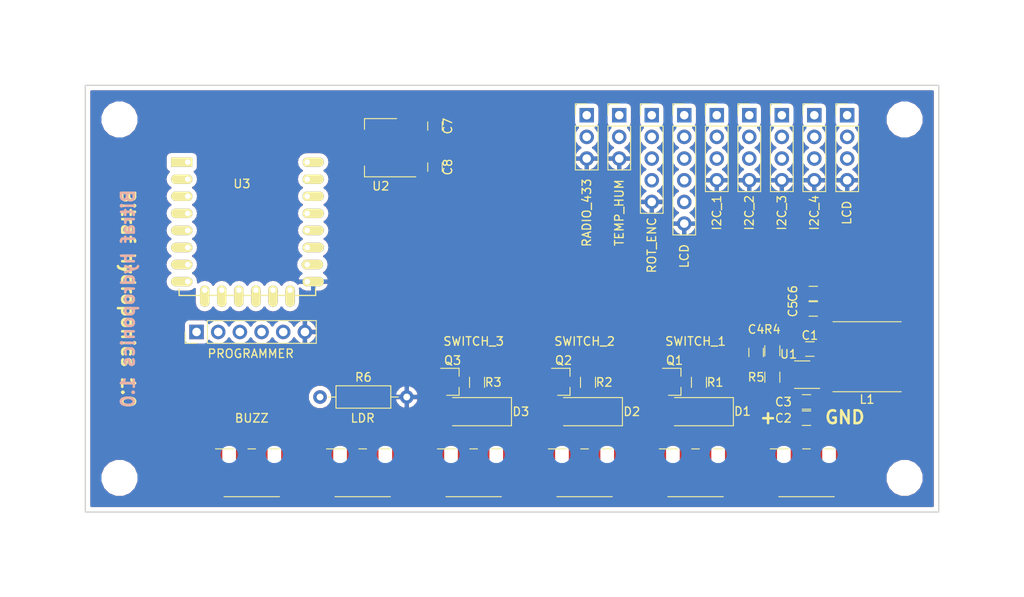
<source format=kicad_pcb>
(kicad_pcb (version 4) (host pcbnew 4.0.7+dfsg1-1)
  (layers (0 F.Cu signal) (31 B.Cu signal) (34 B.Paste user) (35 F.Paste user) (36 B.SilkS user) (37 F.SilkS user) (38 B.Mask user) (39 F.Mask user) (44 Edge.Cuts user))
  (net 0 "")
  (net 1 +12V)
  (net 2 "Net-(D1-Pad2)")
  (net 3 "Net-(D2-Pad2)")
  (net 4 "Net-(D3-Pad2)")
  (net 5 /SWITCH_1)
  (net 6 GND)
  (net 7 /SWITCH_2)
  (net 8 /SWITCH_3)
  (net 9 "Net-(U1-Pad5)")
  (net 10 +3V3)
  (net 11 +5V)
  (net 12 /~RESET)
  (net 13 /LDR)
  (net 14 /CH_PD)
  (net 15 /BUZZ)
  (net 16 /TEMP_HUM)
  (net 17 /RF_DATA)
  (net 18 /ROT_0)
  (net 19 /ROT_1)
  (net 20 /ROT_SW)
  (net 21 /RX)
  (net 22 /TX)
  (net 23 /SPI_CS)
  (net 24 /SPI_MOSI)
  (net 25 /SCL)
  (net 26 /SDA)
  (net 27 /SPI_MISO)
  (net 28 /SPI_SCL)
  (net 29 "Net-(C1-Pad1)")
  (net 30 "Net-(C1-Pad2)")
  (net 31 "Net-(C4-Pad2)")
  (module Mounting_Holes:MountingHole_3.2mm_M3 (layer F.Cu) (at 104 64)
    (fp_text reference REF** hide)
    (fp_text value MountingHole_3.2mm_M3)
    (pad 1 np_thru_hole circle (at 0 0) (size 3.2 3.2) (drill 3.2) (layers *.Cu *.Mask))
  )
  (module Mounting_Holes:MountingHole_3.2mm_M3 (layer F.Cu) (at 196 64)
    (fp_text reference REF** hide)
    (fp_text value MountingHole_3.2mm_M3)
    (pad 1 np_thru_hole circle (at 0 0) (size 3.2 3.2) (drill 3.2) (layers *.Cu *.Mask))
  )
  (module Mounting_Holes:MountingHole_3.2mm_M3 (layer F.Cu) (at 196 106)
    (fp_text reference REF** hide)
    (fp_text value MountingHole_3.2mm_M3)
    (pad 1 np_thru_hole circle (at 0 0) (size 3.2 3.2) (drill 3.2) (layers *.Cu *.Mask))
  )
  (module Diodes_SMD:D_SMA_Handsoldering (layer F.Cu) (at 171.53434 98.237774 180)
    (fp_text reference D1 (at -5.46566 0.037774 360) (layer F.SilkS))
    (fp_text value S1MTR)
    (fp_line (start -4.4 -1.65) (end -4.4 1.65) (layer F.SilkS) (width 0.12))
    (fp_line (start -4.4 1.65) (end 2.5 1.65) (layer F.SilkS) (width 0.12))
    (fp_line (start -4.4 -1.65) (end 2.5 -1.65) (layer F.SilkS) (width 0.12))
    (pad 1 smd rect (at -2.5 0 180) (size 3.5 1.8) (layers F.Cu F.Paste F.Mask) (net 1 +12V))
    (pad 2 smd rect (at 2.5 0 180) (size 3.5 1.8) (layers F.Cu F.Paste F.Mask) (net 2 "Net-(D1-Pad2)"))
  )
  (module Diodes_SMD:D_SMA_Handsoldering (layer F.Cu) (at 158.53434 98.237774 180)
    (fp_text reference D2 (at -5.5 0 360) (layer F.SilkS))
    (fp_text value S1MTR)
    (fp_line (start -4.4 -1.65) (end -4.4 1.65) (layer F.SilkS) (width 0.12))
    (fp_line (start -4.4 1.65) (end 2.5 1.65) (layer F.SilkS) (width 0.12))
    (fp_line (start -4.4 -1.65) (end 2.5 -1.65) (layer F.SilkS) (width 0.12))
    (pad 1 smd rect (at -2.5 0 180) (size 3.5 1.8) (layers F.Cu F.Paste F.Mask) (net 1 +12V))
    (pad 2 smd rect (at 2.5 0 180) (size 3.5 1.8) (layers F.Cu F.Paste F.Mask) (net 3 "Net-(D2-Pad2)"))
  )
  (module Diodes_SMD:D_SMA_Handsoldering (layer F.Cu) (at 145.53434 98.237774 180)
    (fp_text reference D3 (at -5.5 0 360) (layer F.SilkS))
    (fp_text value S1MTR)
    (fp_line (start -4.4 -1.65) (end -4.4 1.65) (layer F.SilkS) (width 0.12))
    (fp_line (start -4.4 1.65) (end 2.5 1.65) (layer F.SilkS) (width 0.12))
    (fp_line (start -4.4 -1.65) (end 2.5 -1.65) (layer F.SilkS) (width 0.12))
    (pad 1 smd rect (at -2.5 0 180) (size 3.5 1.8) (layers F.Cu F.Paste F.Mask) (net 1 +12V))
    (pad 2 smd rect (at 2.5 0 180) (size 3.5 1.8) (layers F.Cu F.Paste F.Mask) (net 4 "Net-(D3-Pad2)"))
  )
  (module TO_SOT_Packages_SMD:SOT-23 (layer F.Cu) (at 169.03434 94.737774)
    (fp_text reference Q1 (at 0 -2.5) (layer F.SilkS))
    (fp_text value DMN2041L-7)
    (fp_line (start 0.76 1.58) (end 0.76 0.65) (layer F.SilkS) (width 0.12))
    (fp_line (start 0.76 -1.58) (end 0.76 -0.65) (layer F.SilkS) (width 0.12))
    (fp_line (start 0.76 -1.58) (end -1.4 -1.58) (layer F.SilkS) (width 0.12))
    (fp_line (start 0.76 1.58) (end -0.7 1.58) (layer F.SilkS) (width 0.12))
    (pad 1 smd rect (at -1 -0.95) (size 0.9 0.8) (layers F.Cu F.Paste F.Mask) (net 5 /SWITCH_1))
    (pad 2 smd rect (at -1 0.95) (size 0.9 0.8) (layers F.Cu F.Paste F.Mask) (net 2 "Net-(D1-Pad2)"))
    (pad 3 smd rect (at 1 0) (size 0.9 0.8) (layers F.Cu F.Paste F.Mask) (net 6 GND))
  )
  (module TO_SOT_Packages_SMD:SOT-23 (layer F.Cu) (at 156.03434 94.737774)
    (fp_text reference Q2 (at 0 -2.5) (layer F.SilkS))
    (fp_text value DMN2041L-7)
    (fp_line (start 0.76 1.58) (end 0.76 0.65) (layer F.SilkS) (width 0.12))
    (fp_line (start 0.76 -1.58) (end 0.76 -0.65) (layer F.SilkS) (width 0.12))
    (fp_line (start 0.76 -1.58) (end -1.4 -1.58) (layer F.SilkS) (width 0.12))
    (fp_line (start 0.76 1.58) (end -0.7 1.58) (layer F.SilkS) (width 0.12))
    (pad 1 smd rect (at -1 -0.95) (size 0.9 0.8) (layers F.Cu F.Paste F.Mask) (net 7 /SWITCH_2))
    (pad 2 smd rect (at -1 0.95) (size 0.9 0.8) (layers F.Cu F.Paste F.Mask) (net 3 "Net-(D2-Pad2)"))
    (pad 3 smd rect (at 1 0) (size 0.9 0.8) (layers F.Cu F.Paste F.Mask) (net 6 GND))
  )
  (module TO_SOT_Packages_SMD:SOT-23 (layer F.Cu) (at 143.03434 94.737774)
    (fp_text reference Q3 (at 0 -2.5) (layer F.SilkS))
    (fp_text value DMN2041L-7)
    (fp_line (start 0.76 1.58) (end 0.76 0.65) (layer F.SilkS) (width 0.12))
    (fp_line (start 0.76 -1.58) (end 0.76 -0.65) (layer F.SilkS) (width 0.12))
    (fp_line (start 0.76 -1.58) (end -1.4 -1.58) (layer F.SilkS) (width 0.12))
    (fp_line (start 0.76 1.58) (end -0.7 1.58) (layer F.SilkS) (width 0.12))
    (pad 1 smd rect (at -1 -0.95) (size 0.9 0.8) (layers F.Cu F.Paste F.Mask) (net 8 /SWITCH_3))
    (pad 2 smd rect (at -1 0.95) (size 0.9 0.8) (layers F.Cu F.Paste F.Mask) (net 4 "Net-(D3-Pad2)"))
    (pad 3 smd rect (at 1 0) (size 0.9 0.8) (layers F.Cu F.Paste F.Mask) (net 6 GND))
  )
  (module TO_SOT_Packages_SMD:SOT-23-6_Handsoldering (layer F.Cu) (at 184 93.9 180)
    (fp_text reference U1 (at 1.6 2.4 360) (layer F.SilkS))
    (fp_text value TPS54202)
    (fp_line (start -0.9 1.61) (end 0.9 1.61) (layer F.SilkS) (width 0.12))
    (fp_line (start 0.9 -1.61) (end -2.05 -1.61) (layer F.SilkS) (width 0.12))
    (pad 1 smd rect (at -1.35 -0.95 180) (size 1.56 0.65) (layers F.Cu F.Paste F.Mask) (net 6 GND))
    (pad 2 smd rect (at -1.35 0 180) (size 1.56 0.65) (layers F.Cu F.Paste F.Mask) (net 30 "Net-(C1-Pad2)"))
    (pad 3 smd rect (at -1.35 0.95 180) (size 1.56 0.65) (layers F.Cu F.Paste F.Mask) (net 1 +12V))
    (pad 4 smd rect (at 1.35 0.95 180) (size 1.56 0.65) (layers F.Cu F.Paste F.Mask) (net 31 "Net-(C4-Pad2)"))
    (pad 6 smd rect (at 1.35 -0.95 180) (size 1.56 0.65) (layers F.Cu F.Paste F.Mask) (net 29 "Net-(C1-Pad1)"))
    (pad 5 smd rect (at 1.35 0 180) (size 1.56 0.65) (layers F.Cu F.Paste F.Mask) (net 9 "Net-(U1-Pad5)"))
  )
  (module TO_SOT_Packages_SMD:SOT-223 (layer F.Cu) (at 134.62 67.31 180)
    (fp_text reference U2 (at 0 -4.5 180) (layer F.SilkS))
    (fp_text value AP2114H-3.3TRG1)
    (fp_line (start 1.91 3.41) (end 1.91 2.15) (layer F.SilkS) (width 0.12))
    (fp_line (start 1.91 -3.41) (end 1.91 -2.15) (layer F.SilkS) (width 0.12))
    (fp_line (start -1.85 3.41) (end 1.91 3.41) (layer F.SilkS) (width 0.12))
    (fp_line (start -4.1 -3.41) (end 1.91 -3.41) (layer F.SilkS) (width 0.12))
    (pad 4 smd rect (at 3.15 0 180) (size 2 3.8) (layers F.Cu F.Paste F.Mask) (net 10 +3V3))
    (pad 2 smd rect (at -3.15 0 180) (size 2 1.5) (layers F.Cu F.Paste F.Mask) (net 10 +3V3))
    (pad 3 smd rect (at -3.15 2.3 180) (size 2 1.5) (layers F.Cu F.Paste F.Mask) (net 11 +5V))
    (pad 1 smd rect (at -3.15 -2.3 180) (size 2 1.5) (layers F.Cu F.Paste F.Mask) (net 6 GND))
  )
  (module ESP8266:ESP-12E (layer F.Cu) (at 112 69)
    (fp_text reference U3 (at 6.35 2.54) (layer F.SilkS))
    (fp_text value ESP-12F hide)
    (fp_line (start -1.016 14.859) (end -1.016 15.621) (layer F.SilkS) (width 0.1524))
    (fp_line (start -1.016 15.621) (end 14.986 15.621) (layer F.SilkS) (width 0.1524))
    (fp_line (start 14.986 15.621) (end 14.986 14.859) (layer F.SilkS) (width 0.1524))
    (pad 1 thru_hole rect (at 0 0) (size 2.5 1.1) (drill 0.65 (offset -0.7 0)) (layers *.Cu *.Mask F.SilkS) (net 12 /~RESET))
    (pad 2 thru_hole oval (at 0 2) (size 2.5 1.1) (drill 0.65 (offset -0.7 0)) (layers *.Cu *.Mask F.SilkS) (net 13 /LDR))
    (pad 3 thru_hole oval (at 0 4) (size 2.5 1.1) (drill 0.65 (offset -0.7 0)) (layers *.Cu *.Mask F.SilkS) (net 14 /CH_PD))
    (pad 4 thru_hole oval (at 0 6) (size 2.5 1.1) (drill 0.65 (offset -0.7 0)) (layers *.Cu *.Mask F.SilkS) (net 5 /SWITCH_1))
    (pad 5 thru_hole oval (at 0 8) (size 2.5 1.1) (drill 0.65 (offset -0.7 0)) (layers *.Cu *.Mask F.SilkS) (net 7 /SWITCH_2))
    (pad 6 thru_hole oval (at 0 10) (size 2.5 1.1) (drill 0.65 (offset -0.7 0)) (layers *.Cu *.Mask F.SilkS) (net 8 /SWITCH_3))
    (pad 7 thru_hole oval (at 0 12) (size 2.5 1.1) (drill 0.65 (offset -0.7 0)) (layers *.Cu *.Mask F.SilkS) (net 15 /BUZZ))
    (pad 8 thru_hole oval (at 0 14) (size 2.5 1.1) (drill 0.65 (offset -0.7 0)) (layers *.Cu *.Mask F.SilkS) (net 10 +3V3))
    (pad 9 thru_hole oval (at 14 14) (size 2.5 1.1) (drill 0.65 (offset 0.7 0)) (layers *.Cu *.Mask F.SilkS) (net 6 GND))
    (pad 10 thru_hole oval (at 14 12) (size 2.5 1.1) (drill 0.65 (offset 0.6 0)) (layers *.Cu *.Mask F.SilkS) (net 16 /TEMP_HUM))
    (pad 11 thru_hole oval (at 14 10) (size 2.5 1.1) (drill 0.65 (offset 0.7 0)) (layers *.Cu *.Mask F.SilkS) (net 17 /RF_DATA))
    (pad 12 thru_hole oval (at 14 8) (size 2.5 1.1) (drill 0.65 (offset 0.7 0)) (layers *.Cu *.Mask F.SilkS) (net 18 /ROT_0))
    (pad 13 thru_hole oval (at 14 6) (size 2.5 1.1) (drill 0.65 (offset 0.7 0)) (layers *.Cu *.Mask F.SilkS) (net 19 /ROT_1))
    (pad 14 thru_hole oval (at 14 4) (size 2.5 1.1) (drill 0.65 (offset 0.7 0)) (layers *.Cu *.Mask F.SilkS) (net 20 /ROT_SW))
    (pad 15 thru_hole oval (at 14 2) (size 2.5 1.1) (drill 0.65 (offset 0.7 0)) (layers *.Cu *.Mask F.SilkS) (net 21 /RX))
    (pad 16 thru_hole oval (at 14 0) (size 2.5 1.1) (drill 0.65 (offset 0.7 0)) (layers *.Cu *.Mask F.SilkS) (net 22 /TX))
    (pad 17 thru_hole oval (at 1.99 15 90) (size 2.5 1.1) (drill 0.65 (offset -0.7 0)) (layers *.Cu *.Mask F.SilkS) (net 23 /SPI_CS))
    (pad 18 thru_hole oval (at 3.99 15 90) (size 2.5 1.1) (drill 0.65 (offset -0.7 0)) (layers *.Cu *.Mask F.SilkS) (net 24 /SPI_MOSI))
    (pad 19 thru_hole oval (at 5.99 15 90) (size 2.5 1.1) (drill 0.65 (offset -0.7 0)) (layers *.Cu *.Mask F.SilkS) (net 25 /SCL))
    (pad 20 thru_hole oval (at 7.99 15 90) (size 2.5 1.1) (drill 0.65 (offset -0.7 0)) (layers *.Cu *.Mask F.SilkS) (net 26 /SDA))
    (pad 21 thru_hole oval (at 9.99 15 90) (size 2.5 1.1) (drill 0.65 (offset -0.7 0)) (layers *.Cu *.Mask F.SilkS) (net 27 /SPI_MISO))
    (pad 22 thru_hole oval (at 11.99 15 90) (size 2.5 1.1) (drill 0.65 (offset -0.7 0)) (layers *.Cu *.Mask F.SilkS) (net 28 /SPI_SCL))
  )
  (module Capacitors_SMD:C_0805 (layer F.Cu) (at 184.9 90.9)
    (fp_text reference C1 (at 0 -1.6 180) (layer F.SilkS))
    (fp_text value 0.1u)
    (fp_line (start 0.5 -0.85) (end -0.5 -0.85) (layer F.SilkS) (width 0.12))
    (fp_line (start -0.5 0.85) (end 0.5 0.85) (layer F.SilkS) (width 0.12))
    (pad 1 smd rect (at -1 0) (size 1 1.25) (layers F.Cu F.Paste F.Mask) (net 29 "Net-(C1-Pad1)"))
    (pad 2 smd rect (at 1 0) (size 1 1.25) (layers F.Cu F.Paste F.Mask) (net 30 "Net-(C1-Pad2)"))
  )
  (module Capacitors_SMD:C_0805 (layer F.Cu) (at 184.5 99)
    (fp_text reference C2 (at -2.7 0 180) (layer F.SilkS))
    (fp_text value 10u)
    (fp_line (start 0.5 -0.85) (end -0.5 -0.85) (layer F.SilkS) (width 0.12))
    (fp_line (start -0.5 0.85) (end 0.5 0.85) (layer F.SilkS) (width 0.12))
    (pad 1 smd rect (at -1 0) (size 1 1.25) (layers F.Cu F.Paste F.Mask) (net 1 +12V))
    (pad 2 smd rect (at 1 0) (size 1 1.25) (layers F.Cu F.Paste F.Mask) (net 6 GND))
  )
  (module Capacitors_SMD:C_0805 (layer F.Cu) (at 184.5 97.1)
    (fp_text reference C3 (at -2.7 0 180) (layer F.SilkS))
    (fp_text value 0.1u)
    (fp_line (start 0.5 -0.85) (end -0.5 -0.85) (layer F.SilkS) (width 0.12))
    (fp_line (start -0.5 0.85) (end 0.5 0.85) (layer F.SilkS) (width 0.12))
    (pad 1 smd rect (at -1 0) (size 1 1.25) (layers F.Cu F.Paste F.Mask) (net 1 +12V))
    (pad 2 smd rect (at 1 0) (size 1 1.25) (layers F.Cu F.Paste F.Mask) (net 6 GND))
  )
  (module Capacitors_SMD:C_0805 (layer F.Cu) (at 178.6 91.3 270)
    (fp_text reference C4 (at -2.7 0 540) (layer F.SilkS))
    (fp_text value 75p)
    (fp_line (start 0.5 -0.85) (end -0.5 -0.85) (layer F.SilkS) (width 0.12))
    (fp_line (start -0.5 0.85) (end 0.5 0.85) (layer F.SilkS) (width 0.12))
    (pad 1 smd rect (at -1 0 270) (size 1 1.25) (layers F.Cu F.Paste F.Mask) (net 11 +5V))
    (pad 2 smd rect (at 1 0 270) (size 1 1.25) (layers F.Cu F.Paste F.Mask) (net 31 "Net-(C4-Pad2)"))
  )
  (module Capacitors_SMD:C_0805 (layer F.Cu) (at 185.3 86.2 180)
    (fp_text reference C5 (at 2.4 0 270) (layer F.SilkS))
    (fp_text value 22u)
    (fp_line (start 0.5 -0.85) (end -0.5 -0.85) (layer F.SilkS) (width 0.12))
    (fp_line (start -0.5 0.85) (end 0.5 0.85) (layer F.SilkS) (width 0.12))
    (pad 1 smd rect (at -1 0 180) (size 1 1.25) (layers F.Cu F.Paste F.Mask) (net 11 +5V))
    (pad 2 smd rect (at 1 0 180) (size 1 1.25) (layers F.Cu F.Paste F.Mask) (net 6 GND))
  )
  (module Capacitors_SMD:C_0805 (layer F.Cu) (at 185.3 84.4 180)
    (fp_text reference C6 (at 2.4 0 270) (layer F.SilkS))
    (fp_text value 22u)
    (fp_line (start 0.5 -0.85) (end -0.5 -0.85) (layer F.SilkS) (width 0.12))
    (fp_line (start -0.5 0.85) (end 0.5 0.85) (layer F.SilkS) (width 0.12))
    (pad 1 smd rect (at -1 0 180) (size 1 1.25) (layers F.Cu F.Paste F.Mask) (net 11 +5V))
    (pad 2 smd rect (at 1 0 180) (size 1 1.25) (layers F.Cu F.Paste F.Mask) (net 6 GND))
  )
  (module Capacitors_SMD:C_0805 (layer F.Cu) (at 140.97 64.77 270)
    (fp_text reference C7 (at 0 -1.5 270) (layer F.SilkS))
    (fp_text value 4.7µ)
    (fp_line (start 0.5 -0.85) (end -0.5 -0.85) (layer F.SilkS) (width 0.12))
    (fp_line (start -0.5 0.85) (end 0.5 0.85) (layer F.SilkS) (width 0.12))
    (pad 1 smd rect (at -1 0 270) (size 1 1.25) (layers F.Cu F.Paste F.Mask) (net 11 +5V))
    (pad 2 smd rect (at 1 0 270) (size 1 1.25) (layers F.Cu F.Paste F.Mask) (net 6 GND))
  )
  (module Capacitors_SMD:C_0805 (layer F.Cu) (at 140.97 69.58 270)
    (fp_text reference C8 (at 0 -1.5 270) (layer F.SilkS))
    (fp_text value 4.7µ)
    (fp_line (start 0.5 -0.85) (end -0.5 -0.85) (layer F.SilkS) (width 0.12))
    (fp_line (start -0.5 0.85) (end 0.5 0.85) (layer F.SilkS) (width 0.12))
    (pad 1 smd rect (at -1 0 270) (size 1 1.25) (layers F.Cu F.Paste F.Mask) (net 10 +3V3))
    (pad 2 smd rect (at 1 0 270) (size 1 1.25) (layers F.Cu F.Paste F.Mask) (net 6 GND))
  )
  (module Inductors_SMD:L_Taiyo-Yuden_NR-80xx (layer F.Cu) (at 191.6 91.8 180)
    (fp_text reference L1 (at 0 -5 180) (layer F.SilkS))
    (fp_text value 15u)
    (fp_line (start -4 -4.1) (end 4 -4.1) (layer F.SilkS) (width 0.12))
    (fp_line (start -4 4.1) (end 4 4.1) (layer F.SilkS) (width 0.12))
    (pad 1 smd rect (at -2.8 0 180) (size 1.8 7.7) (layers F.Cu F.Paste F.Mask) (net 11 +5V))
    (pad 2 smd rect (at 2.8 0 180) (size 1.8 7.7) (layers F.Cu F.Paste F.Mask) (net 30 "Net-(C1-Pad2)"))
  )
  (module Pin_Headers:Pin_Header_Straight_1x04_Pitch2.54mm (layer F.Cu) (at 189.27 63.5)
    (fp_text reference P5 hide)
    (fp_text value LCD (at -0.04 11.43 90) (layer F.SilkS))
    (fp_line (start -1.33 8.95) (end 1.33 8.95) (layer F.SilkS) (width 0.12))
    (fp_line (start -1.33 1.27) (end -1.33 8.95) (layer F.SilkS) (width 0.12))
    (fp_line (start 1.33 1.27) (end 1.33 8.95) (layer F.SilkS) (width 0.12))
    (fp_line (start -1.33 1.27) (end 1.33 1.27) (layer F.SilkS) (width 0.12))
    (fp_line (start -1.33 0) (end -1.33 -1.33) (layer F.SilkS) (width 0.12))
    (fp_line (start -1.33 -1.33) (end 0 -1.33) (layer F.SilkS) (width 0.12))
    (pad 1 thru_hole rect (at 0 0) (size 1.7 1.7) (drill 1) (layers *.Cu *.Mask) (net 11 +5V))
    (pad 2 thru_hole oval (at 0 2.54) (size 1.7 1.7) (drill 1) (layers *.Cu *.Mask) (net 25 /SCL))
    (pad 3 thru_hole oval (at 0 5.08) (size 1.7 1.7) (drill 1) (layers *.Cu *.Mask) (net 26 /SDA))
    (pad 4 thru_hole oval (at 0 7.62) (size 1.7 1.7) (drill 1) (layers *.Cu *.Mask) (net 6 GND))
  )
  (module Pin_Headers:Pin_Header_Straight_1x05_Pitch2.54mm (layer F.Cu) (at 166.37 63.5)
    (fp_text reference P6 hide)
    (fp_text value ROT_ENC (at 0 15.24 90) (layer F.SilkS))
    (fp_line (start -1.33 11.49) (end 1.33 11.49) (layer F.SilkS) (width 0.12))
    (fp_line (start -1.33 1.27) (end -1.33 11.49) (layer F.SilkS) (width 0.12))
    (fp_line (start 1.33 1.27) (end 1.33 11.49) (layer F.SilkS) (width 0.12))
    (fp_line (start -1.33 1.27) (end 1.33 1.27) (layer F.SilkS) (width 0.12))
    (fp_line (start -1.33 0) (end -1.33 -1.33) (layer F.SilkS) (width 0.12))
    (fp_line (start -1.33 -1.33) (end 0 -1.33) (layer F.SilkS) (width 0.12))
    (pad 1 thru_hole rect (at 0 0) (size 1.7 1.7) (drill 1) (layers *.Cu *.Mask) (net 11 +5V))
    (pad 2 thru_hole oval (at 0 2.54) (size 1.7 1.7) (drill 1) (layers *.Cu *.Mask) (net 20 /ROT_SW))
    (pad 3 thru_hole oval (at 0 5.08) (size 1.7 1.7) (drill 1) (layers *.Cu *.Mask) (net 19 /ROT_1))
    (pad 4 thru_hole oval (at 0 7.62) (size 1.7 1.7) (drill 1) (layers *.Cu *.Mask) (net 18 /ROT_0))
    (pad 5 thru_hole oval (at 0 10.16) (size 1.7 1.7) (drill 1) (layers *.Cu *.Mask) (net 6 GND))
  )
  (module Pin_Headers:Pin_Header_Straight_1x03_Pitch2.54mm (layer F.Cu) (at 162.56 63.5)
    (fp_text reference P13 hide)
    (fp_text value TEMP_HUM (at 0 11.43 90) (layer F.SilkS))
    (fp_line (start -1.33 6.41) (end 1.33 6.41) (layer F.SilkS) (width 0.12))
    (fp_line (start -1.33 1.27) (end -1.33 6.41) (layer F.SilkS) (width 0.12))
    (fp_line (start 1.33 1.27) (end 1.33 6.41) (layer F.SilkS) (width 0.12))
    (fp_line (start -1.33 1.27) (end 1.33 1.27) (layer F.SilkS) (width 0.12))
    (fp_line (start -1.33 0) (end -1.33 -1.33) (layer F.SilkS) (width 0.12))
    (fp_line (start -1.33 -1.33) (end 0 -1.33) (layer F.SilkS) (width 0.12))
    (pad 1 thru_hole rect (at 0 0) (size 1.7 1.7) (drill 1) (layers *.Cu *.Mask) (net 11 +5V))
    (pad 2 thru_hole oval (at 0 2.54) (size 1.7 1.7) (drill 1) (layers *.Cu *.Mask) (net 16 /TEMP_HUM))
    (pad 3 thru_hole oval (at 0 5.08) (size 1.7 1.7) (drill 1) (layers *.Cu *.Mask) (net 6 GND))
  )
  (module Pin_Headers:Pin_Header_Straight_1x06_Pitch2.54mm (layer F.Cu) (at 113.03 88.9 90)
    (fp_text reference P14 hide)
    (fp_text value PROGRAMMER (at -2.54 6.35 180) (layer F.SilkS))
    (fp_line (start -1.33 14.03) (end 1.33 14.03) (layer F.SilkS) (width 0.12))
    (fp_line (start -1.33 1.27) (end -1.33 14.03) (layer F.SilkS) (width 0.12))
    (fp_line (start 1.33 1.27) (end 1.33 14.03) (layer F.SilkS) (width 0.12))
    (fp_line (start -1.33 1.27) (end 1.33 1.27) (layer F.SilkS) (width 0.12))
    (fp_line (start -1.33 0) (end -1.33 -1.33) (layer F.SilkS) (width 0.12))
    (fp_line (start -1.33 -1.33) (end 0 -1.33) (layer F.SilkS) (width 0.12))
    (pad 1 thru_hole rect (at 0 0 90) (size 1.7 1.7) (drill 1) (layers *.Cu *.Mask) (net 12 /~RESET))
    (pad 2 thru_hole oval (at 0 2.54 90) (size 1.7 1.7) (drill 1) (layers *.Cu *.Mask) (net 14 /CH_PD))
    (pad 3 thru_hole oval (at 0 5.08 90) (size 1.7 1.7) (drill 1) (layers *.Cu *.Mask) (net 22 /TX))
    (pad 4 thru_hole oval (at 0 7.62 90) (size 1.7 1.7) (drill 1) (layers *.Cu *.Mask) (net 21 /RX))
    (pad 5 thru_hole oval (at 0 10.16 90) (size 1.7 1.7) (drill 1) (layers *.Cu *.Mask) (net 10 +3V3))
    (pad 6 thru_hole oval (at 0 12.7 90) (size 1.7 1.7) (drill 1) (layers *.Cu *.Mask) (net 6 GND))
  )
  (module Pin_Headers:Pin_Header_Straight_1x06_Pitch2.54mm (layer F.Cu) (at 170.18 63.5)
    (fp_text reference P15 hide)
    (fp_text value LCD (at 0 16.51 90) (layer F.SilkS))
    (fp_line (start -1.33 14.03) (end 1.33 14.03) (layer F.SilkS) (width 0.12))
    (fp_line (start -1.33 1.27) (end -1.33 14.03) (layer F.SilkS) (width 0.12))
    (fp_line (start 1.33 1.27) (end 1.33 14.03) (layer F.SilkS) (width 0.12))
    (fp_line (start -1.33 1.27) (end 1.33 1.27) (layer F.SilkS) (width 0.12))
    (fp_line (start -1.33 0) (end -1.33 -1.33) (layer F.SilkS) (width 0.12))
    (fp_line (start -1.33 -1.33) (end 0 -1.33) (layer F.SilkS) (width 0.12))
    (pad 1 thru_hole rect (at 0 0) (size 1.7 1.7) (drill 1) (layers *.Cu *.Mask) (net 11 +5V))
    (pad 2 thru_hole oval (at 0 2.54) (size 1.7 1.7) (drill 1) (layers *.Cu *.Mask) (net 23 /SPI_CS))
    (pad 3 thru_hole oval (at 0 5.08) (size 1.7 1.7) (drill 1) (layers *.Cu *.Mask) (net 28 /SPI_SCL))
    (pad 4 thru_hole oval (at 0 7.62) (size 1.7 1.7) (drill 1) (layers *.Cu *.Mask) (net 24 /SPI_MOSI))
    (pad 5 thru_hole oval (at 0 10.16) (size 1.7 1.7) (drill 1) (layers *.Cu *.Mask) (net 27 /SPI_MISO))
    (pad 6 thru_hole oval (at 0 12.7) (size 1.7 1.7) (drill 1) (layers *.Cu *.Mask) (net 6 GND))
  )
  (module Resistors_SMD:R_0805 (layer F.Cu) (at 171.9 94.8 270)
    (fp_text reference R1 (at 0 -1.9 360) (layer F.SilkS))
    (fp_text value 10k)
    (fp_line (start 0.6 0.88) (end -0.6 0.88) (layer F.SilkS) (width 0.12))
    (fp_line (start -0.6 -0.88) (end 0.6 -0.88) (layer F.SilkS) (width 0.12))
    (pad 1 smd rect (at -0.95 0 270) (size 0.7 1.3) (layers F.Cu F.Paste F.Mask) (net 5 /SWITCH_1))
    (pad 2 smd rect (at 0.95 0 270) (size 0.7 1.3) (layers F.Cu F.Paste F.Mask) (net 6 GND))
  )
  (module Resistors_SMD:R_0805 (layer F.Cu) (at 158.9 94.8 270)
    (fp_text reference R2 (at 0 -1.9 360) (layer F.SilkS))
    (fp_text value 10k)
    (fp_line (start 0.6 0.88) (end -0.6 0.88) (layer F.SilkS) (width 0.12))
    (fp_line (start -0.6 -0.88) (end 0.6 -0.88) (layer F.SilkS) (width 0.12))
    (pad 1 smd rect (at -0.95 0 270) (size 0.7 1.3) (layers F.Cu F.Paste F.Mask) (net 7 /SWITCH_2))
    (pad 2 smd rect (at 0.95 0 270) (size 0.7 1.3) (layers F.Cu F.Paste F.Mask) (net 6 GND))
  )
  (module Resistors_SMD:R_0805 (layer F.Cu) (at 145.9 94.8 270)
    (fp_text reference R3 (at 0 -1.9 360) (layer F.SilkS))
    (fp_text value 10k)
    (fp_line (start 0.6 0.88) (end -0.6 0.88) (layer F.SilkS) (width 0.12))
    (fp_line (start -0.6 -0.88) (end 0.6 -0.88) (layer F.SilkS) (width 0.12))
    (pad 1 smd rect (at -0.95 0 270) (size 0.7 1.3) (layers F.Cu F.Paste F.Mask) (net 8 /SWITCH_3))
    (pad 2 smd rect (at 0.95 0 270) (size 0.7 1.3) (layers F.Cu F.Paste F.Mask) (net 6 GND))
  )
  (module Resistors_SMD:R_0805 (layer F.Cu) (at 180.5 91.1 270)
    (fp_text reference R4 (at -2.5 0 360) (layer F.SilkS))
    (fp_text value 100k)
    (fp_line (start 0.6 0.88) (end -0.6 0.88) (layer F.SilkS) (width 0.12))
    (fp_line (start -0.6 -0.88) (end 0.6 -0.88) (layer F.SilkS) (width 0.12))
    (pad 1 smd rect (at -0.95 0 270) (size 0.7 1.3) (layers F.Cu F.Paste F.Mask) (net 11 +5V))
    (pad 2 smd rect (at 0.95 0 270) (size 0.7 1.3) (layers F.Cu F.Paste F.Mask) (net 31 "Net-(C4-Pad2)"))
  )
  (module Resistors_SMD:R_0805 (layer F.Cu) (at 180.5 94.2 270)
    (fp_text reference R5 (at 0 1.9 360) (layer F.SilkS))
    (fp_text value 13.3k)
    (fp_line (start 0.6 0.88) (end -0.6 0.88) (layer F.SilkS) (width 0.12))
    (fp_line (start -0.6 -0.88) (end 0.6 -0.88) (layer F.SilkS) (width 0.12))
    (pad 1 smd rect (at -0.95 0 270) (size 0.7 1.3) (layers F.Cu F.Paste F.Mask) (net 31 "Net-(C4-Pad2)"))
    (pad 2 smd rect (at 0.95 0 270) (size 0.7 1.3) (layers F.Cu F.Paste F.Mask) (net 6 GND))
  )
  (module Pin_Headers:Pin_Header_Straight_1x04_Pitch2.54mm (layer F.Cu) (at 173.99 63.5)
    (fp_text reference P7 hide)
    (fp_text value I2C_1 (at 0 11.43 90) (layer F.SilkS))
    (fp_line (start -1.33 8.95) (end 1.33 8.95) (layer F.SilkS) (width 0.12))
    (fp_line (start -1.33 1.27) (end -1.33 8.95) (layer F.SilkS) (width 0.12))
    (fp_line (start 1.33 1.27) (end 1.33 8.95) (layer F.SilkS) (width 0.12))
    (fp_line (start -1.33 1.27) (end 1.33 1.27) (layer F.SilkS) (width 0.12))
    (fp_line (start -1.33 0) (end -1.33 -1.33) (layer F.SilkS) (width 0.12))
    (fp_line (start -1.33 -1.33) (end 0 -1.33) (layer F.SilkS) (width 0.12))
    (pad 1 thru_hole rect (at 0 0) (size 1.7 1.7) (drill 1) (layers *.Cu *.Mask) (net 11 +5V))
    (pad 2 thru_hole oval (at 0 2.54) (size 1.7 1.7) (drill 1) (layers *.Cu *.Mask) (net 26 /SDA))
    (pad 3 thru_hole oval (at 0 5.08) (size 1.7 1.7) (drill 1) (layers *.Cu *.Mask) (net 25 /SCL))
    (pad 4 thru_hole oval (at 0 7.62) (size 1.7 1.7) (drill 1) (layers *.Cu *.Mask) (net 6 GND))
  )
  (module Pin_Headers:Pin_Header_Straight_1x04_Pitch2.54mm (layer F.Cu) (at 177.8 63.5)
    (fp_text reference P8 hide)
    (fp_text value I2C_2 (at 0 11.43 90) (layer F.SilkS))
    (fp_line (start -1.33 8.95) (end 1.33 8.95) (layer F.SilkS) (width 0.12))
    (fp_line (start -1.33 1.27) (end -1.33 8.95) (layer F.SilkS) (width 0.12))
    (fp_line (start 1.33 1.27) (end 1.33 8.95) (layer F.SilkS) (width 0.12))
    (fp_line (start -1.33 1.27) (end 1.33 1.27) (layer F.SilkS) (width 0.12))
    (fp_line (start -1.33 0) (end -1.33 -1.33) (layer F.SilkS) (width 0.12))
    (fp_line (start -1.33 -1.33) (end 0 -1.33) (layer F.SilkS) (width 0.12))
    (pad 1 thru_hole rect (at 0 0) (size 1.7 1.7) (drill 1) (layers *.Cu *.Mask) (net 11 +5V))
    (pad 2 thru_hole oval (at 0 2.54) (size 1.7 1.7) (drill 1) (layers *.Cu *.Mask) (net 26 /SDA))
    (pad 3 thru_hole oval (at 0 5.08) (size 1.7 1.7) (drill 1) (layers *.Cu *.Mask) (net 25 /SCL))
    (pad 4 thru_hole oval (at 0 7.62) (size 1.7 1.7) (drill 1) (layers *.Cu *.Mask) (net 6 GND))
  )
  (module Pin_Headers:Pin_Header_Straight_1x04_Pitch2.54mm (layer F.Cu) (at 181.61 63.5)
    (fp_text reference P9 hide)
    (fp_text value I2C_3 (at 0 11.43 90) (layer F.SilkS))
    (fp_line (start -1.33 8.95) (end 1.33 8.95) (layer F.SilkS) (width 0.12))
    (fp_line (start -1.33 1.27) (end -1.33 8.95) (layer F.SilkS) (width 0.12))
    (fp_line (start 1.33 1.27) (end 1.33 8.95) (layer F.SilkS) (width 0.12))
    (fp_line (start -1.33 1.27) (end 1.33 1.27) (layer F.SilkS) (width 0.12))
    (fp_line (start -1.33 0) (end -1.33 -1.33) (layer F.SilkS) (width 0.12))
    (fp_line (start -1.33 -1.33) (end 0 -1.33) (layer F.SilkS) (width 0.12))
    (pad 1 thru_hole rect (at 0 0) (size 1.7 1.7) (drill 1) (layers *.Cu *.Mask) (net 11 +5V))
    (pad 2 thru_hole oval (at 0 2.54) (size 1.7 1.7) (drill 1) (layers *.Cu *.Mask) (net 26 /SDA))
    (pad 3 thru_hole oval (at 0 5.08) (size 1.7 1.7) (drill 1) (layers *.Cu *.Mask) (net 25 /SCL))
    (pad 4 thru_hole oval (at 0 7.62) (size 1.7 1.7) (drill 1) (layers *.Cu *.Mask) (net 6 GND))
  )
  (module Pin_Headers:Pin_Header_Straight_1x04_Pitch2.54mm (layer F.Cu) (at 185.42 63.5)
    (fp_text reference P10 hide)
    (fp_text value I2C_4 (at 0 11.43 90) (layer F.SilkS))
    (fp_line (start -1.33 8.95) (end 1.33 8.95) (layer F.SilkS) (width 0.12))
    (fp_line (start -1.33 1.27) (end -1.33 8.95) (layer F.SilkS) (width 0.12))
    (fp_line (start 1.33 1.27) (end 1.33 8.95) (layer F.SilkS) (width 0.12))
    (fp_line (start -1.33 1.27) (end 1.33 1.27) (layer F.SilkS) (width 0.12))
    (fp_line (start -1.33 0) (end -1.33 -1.33) (layer F.SilkS) (width 0.12))
    (fp_line (start -1.33 -1.33) (end 0 -1.33) (layer F.SilkS) (width 0.12))
    (pad 1 thru_hole rect (at 0 0) (size 1.7 1.7) (drill 1) (layers *.Cu *.Mask) (net 11 +5V))
    (pad 2 thru_hole oval (at 0 2.54) (size 1.7 1.7) (drill 1) (layers *.Cu *.Mask) (net 26 /SDA))
    (pad 3 thru_hole oval (at 0 5.08) (size 1.7 1.7) (drill 1) (layers *.Cu *.Mask) (net 25 /SCL))
    (pad 4 thru_hole oval (at 0 7.62) (size 1.7 1.7) (drill 1) (layers *.Cu *.Mask) (net 6 GND))
  )
  (module Connectors_Phoenix:PhoenixContact_PTSM0,5_4-HV-2,5_SMD (layer F.Cu) (at 171.5 104 180)
    (fp_text reference P2 hide)
    (fp_text value SWITCH_1 (at 0 14 360) (layer F.SilkS))
    (fp_line (start -2.05 1.4) (end -3.25 1.4) (layer F.SilkS) (width 0.12))
    (fp_line (start 0.45 1.4) (end -0.45 1.4) (layer F.SilkS) (width 0.12))
    (fp_line (start 4.25 1.4) (end 2.05 1.4) (layer F.SilkS) (width 0.12))
    (fp_line (start -3.25 -4.2) (end 3.25 -4.2) (layer F.SilkS) (width 0.12))
    (pad "" np_thru_hole circle (at 2.65 0.75 180) (size 1 1) (drill 1) (layers *.Cu *.Mask))
    (pad 2 smd rect (at 1.25 1.35) (size 1.2 4.4) (layers F.Cu F.Paste F.Mask) (net 2 "Net-(D1-Pad2)"))
    (pad 1 smd rect (at -1.25 1.35) (size 1.2 4.4) (layers F.Cu F.Paste F.Mask) (net 1 +12V))
    (pad "" smd rect (at 4.55 -1.35) (size 2.2 5.6) (layers F.Cu F.Paste F.Mask))
    (pad "" smd rect (at -4.55 -1.35) (size 2.2 5.6) (layers F.Cu F.Paste F.Mask))
    (pad "" np_thru_hole circle (at -2.65 0.75 180) (size 1 1) (drill 1) (layers *.Cu *.Mask))
  )
  (module Connectors_Phoenix:PhoenixContact_PTSM0,5_4-HV-2,5_SMD (layer F.Cu) (at 158.5 104 180)
    (fp_text reference P3 hide)
    (fp_text value SWITCH_2 (at 0 14 360) (layer F.SilkS))
    (fp_line (start -2.05 1.4) (end -3.25 1.4) (layer F.SilkS) (width 0.12))
    (fp_line (start 0.45 1.4) (end -0.45 1.4) (layer F.SilkS) (width 0.12))
    (fp_line (start 4.25 1.4) (end 2.05 1.4) (layer F.SilkS) (width 0.12))
    (fp_line (start -3.25 -4.2) (end 3.25 -4.2) (layer F.SilkS) (width 0.12))
    (pad "" np_thru_hole circle (at 2.65 0.75 180) (size 1 1) (drill 1) (layers *.Cu *.Mask))
    (pad 2 smd rect (at 1.25 1.35) (size 1.2 4.4) (layers F.Cu F.Paste F.Mask) (net 3 "Net-(D2-Pad2)"))
    (pad 1 smd rect (at -1.25 1.35) (size 1.2 4.4) (layers F.Cu F.Paste F.Mask) (net 1 +12V))
    (pad "" smd rect (at 4.55 -1.35) (size 2.2 5.6) (layers F.Cu F.Paste F.Mask))
    (pad "" smd rect (at -4.55 -1.35) (size 2.2 5.6) (layers F.Cu F.Paste F.Mask))
    (pad "" np_thru_hole circle (at -2.65 0.75 180) (size 1 1) (drill 1) (layers *.Cu *.Mask))
  )
  (module Connectors_Phoenix:PhoenixContact_PTSM0,5_4-HV-2,5_SMD (layer F.Cu) (at 145.5 104 180)
    (fp_text reference P4 hide)
    (fp_text value SWITCH_3 (at 0 14 360) (layer F.SilkS))
    (fp_line (start -2.05 1.4) (end -3.25 1.4) (layer F.SilkS) (width 0.12))
    (fp_line (start 0.45 1.4) (end -0.45 1.4) (layer F.SilkS) (width 0.12))
    (fp_line (start 4.25 1.4) (end 2.05 1.4) (layer F.SilkS) (width 0.12))
    (fp_line (start -3.25 -4.2) (end 3.25 -4.2) (layer F.SilkS) (width 0.12))
    (pad "" np_thru_hole circle (at 2.65 0.75 180) (size 1 1) (drill 1) (layers *.Cu *.Mask))
    (pad 2 smd rect (at 1.25 1.35) (size 1.2 4.4) (layers F.Cu F.Paste F.Mask) (net 4 "Net-(D3-Pad2)"))
    (pad 1 smd rect (at -1.25 1.35) (size 1.2 4.4) (layers F.Cu F.Paste F.Mask) (net 1 +12V))
    (pad "" smd rect (at 4.55 -1.35) (size 2.2 5.6) (layers F.Cu F.Paste F.Mask))
    (pad "" smd rect (at -4.55 -1.35) (size 2.2 5.6) (layers F.Cu F.Paste F.Mask))
    (pad "" np_thru_hole circle (at -2.65 0.75 180) (size 1 1) (drill 1) (layers *.Cu *.Mask))
  )
  (module Connectors_Phoenix:PhoenixContact_PTSM0,5_4-HV-2,5_SMD (layer F.Cu) (at 119.5 104 180)
    (fp_text reference P11 hide)
    (fp_text value BUZZ (at 0 5 180) (layer F.SilkS))
    (fp_line (start -2.05 1.4) (end -3.25 1.4) (layer F.SilkS) (width 0.12))
    (fp_line (start 0.45 1.4) (end -0.45 1.4) (layer F.SilkS) (width 0.12))
    (fp_line (start 4.25 1.4) (end 2.05 1.4) (layer F.SilkS) (width 0.12))
    (fp_line (start -3.25 -4.2) (end 3.25 -4.2) (layer F.SilkS) (width 0.12))
    (pad "" np_thru_hole circle (at 2.65 0.75 180) (size 1 1) (drill 1) (layers *.Cu *.Mask))
    (pad 2 smd rect (at 1.25 1.35) (size 1.2 4.4) (layers F.Cu F.Paste F.Mask) (net 6 GND))
    (pad 1 smd rect (at -1.25 1.35) (size 1.2 4.4) (layers F.Cu F.Paste F.Mask) (net 15 /BUZZ))
    (pad "" smd rect (at 4.55 -1.35) (size 2.2 5.6) (layers F.Cu F.Paste F.Mask))
    (pad "" smd rect (at -4.55 -1.35) (size 2.2 5.6) (layers F.Cu F.Paste F.Mask))
    (pad "" np_thru_hole circle (at -2.65 0.75 180) (size 1 1) (drill 1) (layers *.Cu *.Mask))
  )
  (module Connectors_Phoenix:PhoenixContact_PTSM0,5_4-HV-2,5_SMD (layer F.Cu) (at 132.5 104 180)
    (fp_text reference P12 hide)
    (fp_text value LDR (at 0 5 180) (layer F.SilkS))
    (fp_line (start -2.05 1.4) (end -3.25 1.4) (layer F.SilkS) (width 0.12))
    (fp_line (start 0.45 1.4) (end -0.45 1.4) (layer F.SilkS) (width 0.12))
    (fp_line (start 4.25 1.4) (end 2.05 1.4) (layer F.SilkS) (width 0.12))
    (fp_line (start -3.25 -4.2) (end 3.25 -4.2) (layer F.SilkS) (width 0.12))
    (pad "" np_thru_hole circle (at 2.65 0.75 180) (size 1 1) (drill 1) (layers *.Cu *.Mask))
    (pad 2 smd rect (at 1.25 1.35) (size 1.2 4.4) (layers F.Cu F.Paste F.Mask) (net 13 /LDR))
    (pad 1 smd rect (at -1.25 1.35) (size 1.2 4.4) (layers F.Cu F.Paste F.Mask) (net 10 +3V3))
    (pad "" smd rect (at 4.55 -1.35) (size 2.2 5.6) (layers F.Cu F.Paste F.Mask))
    (pad "" smd rect (at -4.55 -1.35) (size 2.2 5.6) (layers F.Cu F.Paste F.Mask))
    (pad "" np_thru_hole circle (at -2.65 0.75 180) (size 1 1) (drill 1) (layers *.Cu *.Mask))
  )
  (module Socket_Strips:Socket_Strip_Straight_1x03_Pitch2.54mm (layer F.Cu) (at 158.75 63.5)
    (fp_text reference P16 hide)
    (fp_text value RADIO_433 (at 0 11.43 90) (layer F.SilkS))
    (fp_line (start -1.33 1.27) (end -1.33 6.41) (layer F.SilkS) (width 0.12))
    (fp_line (start -1.33 6.41) (end 1.33 6.41) (layer F.SilkS) (width 0.12))
    (fp_line (start 1.33 6.41) (end 1.33 1.27) (layer F.SilkS) (width 0.12))
    (fp_line (start 1.33 1.27) (end -1.33 1.27) (layer F.SilkS) (width 0.12))
    (fp_line (start -1.33 0) (end -1.33 -1.33) (layer F.SilkS) (width 0.12))
    (fp_line (start -1.33 -1.33) (end 0 -1.33) (layer F.SilkS) (width 0.12))
    (pad 1 thru_hole rect (at 0 0) (size 1.7 1.7) (drill 1) (layers *.Cu *.Mask) (net 17 /RF_DATA))
    (pad 2 thru_hole oval (at 0 2.54) (size 1.7 1.7) (drill 1) (layers *.Cu *.Mask) (net 1 +12V))
    (pad 3 thru_hole oval (at 0 5.08) (size 1.7 1.7) (drill 1) (layers *.Cu *.Mask) (net 6 GND))
  )
  (module Mounting_Holes:MountingHole_3.2mm_M3 (layer F.Cu) (at 104 106)
    (fp_text reference REF** hide)
    (fp_text value MountingHole_3.2mm_M3)
    (pad 1 np_thru_hole circle (at 0 0) (size 3.2 3.2) (drill 3.2) (layers *.Cu *.Mask))
  )
  (module Connectors_Phoenix:PhoenixContact_PTSM0,5_4-HV-2,5_SMD (layer F.Cu) (at 184.5 104 180)
    (fp_text reference P1 hide)
    (fp_text value 12V hide)
    (fp_line (start -2.05 1.4) (end -3.25 1.4) (layer F.SilkS) (width 0.12))
    (fp_line (start 0.45 1.4) (end -0.45 1.4) (layer F.SilkS) (width 0.12))
    (fp_line (start 4.25 1.4) (end 2.05 1.4) (layer F.SilkS) (width 0.12))
    (fp_line (start -3.25 -4.2) (end 3.25 -4.2) (layer F.SilkS) (width 0.12))
    (pad "" np_thru_hole circle (at 2.65 0.75 180) (size 1 1) (drill 1) (layers *.Cu *.Mask))
    (pad 2 smd rect (at 1.25 1.35) (size 1.2 4.4) (layers F.Cu F.Paste F.Mask) (net 1 +12V))
    (pad 1 smd rect (at -1.25 1.35) (size 1.2 4.4) (layers F.Cu F.Paste F.Mask) (net 6 GND))
    (pad "" smd rect (at 4.55 -1.35) (size 2.2 5.6) (layers F.Cu F.Paste F.Mask))
    (pad "" smd rect (at -4.55 -1.35) (size 2.2 5.6) (layers F.Cu F.Paste F.Mask))
    (pad "" np_thru_hole circle (at -2.65 0.75 180) (size 1 1) (drill 1) (layers *.Cu *.Mask))
  )
  (module Resistors_THT:R_Axial_DIN0207_L6.3mm_D2.5mm_P10.16mm_Horizontal (layer F.Cu) (at 127.5 96.52)
    (fp_text reference R6 (at 5.08 -2.31) (layer F.SilkS))
    (fp_text value R)
    (fp_line (start 1.87 -1.31) (end 1.87 1.31) (layer F.SilkS) (width 0.12))
    (fp_line (start 1.87 1.31) (end 8.29 1.31) (layer F.SilkS) (width 0.12))
    (fp_line (start 8.29 1.31) (end 8.29 -1.31) (layer F.SilkS) (width 0.12))
    (fp_line (start 8.29 -1.31) (end 1.87 -1.31) (layer F.SilkS) (width 0.12))
    (fp_line (start 0.98 0) (end 1.87 0) (layer F.SilkS) (width 0.12))
    (fp_line (start 9.18 0) (end 8.29 0) (layer F.SilkS) (width 0.12))
    (pad 1 thru_hole circle (at 0 0) (size 1.6 1.6) (drill 0.8) (layers *.Cu *.Mask) (net 13 /LDR))
    (pad 2 thru_hole oval (at 10.16 0) (size 1.6 1.6) (drill 0.8) (layers *.Cu *.Mask) (net 6 GND))
  )
  (gr_text GND (at 189 98.9) (layer F.SilkS) (effects (font (size 1.5 1.5) (thickness 0.3))))
  (gr_text + (at 180 98.9) (layer F.SilkS) (effects (font (size 1.5 1.5) (thickness 0.3))))
  (gr_text "Bitraf hydroponics 1.0" (at 105 85 90) (layer B.SilkS) (effects (font (size 1.5 1.5) (thickness 0.3)) (justify mirror)))
  (gr_text "Bitraf hydroponics 1.0" (at 105 85 270) (layer F.SilkS) (effects (font (size 1.5 1.5) (thickness 0.3))))
  (gr_line (start 100 110) (end 100 60) (layer Edge.Cuts) (width 0.15))
  (gr_line (start 200 110) (end 100 110) (layer Edge.Cuts) (width 0.15))
  (gr_line (start 200 60) (end 200 110) (layer Edge.Cuts) (width 0.15))
  (gr_line (start 100 60) (end 200 60) (layer Edge.Cuts) (width 0.15))
  (zone (net 6) (net_name GND) (layer F.Cu) (connect_pads (clearance 0.508)) (min_thickness 0.254) (fill yes (arc_segments 16) (thermal_gap 0.508) (thermal_bridge_width 0.508))
    (polygon (pts (xy 95 55) (xy 205 55) (xy 205 115) (xy 95 115)))
  )
  (zone (net 6) (net_name GND) (layer B.Cu) (connect_pads (clearance 0.508)) (min_thickness 0.254) (fill yes (arc_segments 16) (thermal_gap 0.508) (thermal_bridge_width 0.508))
    (polygon (pts (xy 90 50) (xy 210 50) (xy 210 120) (xy 90 120)))
  )
)
</source>
